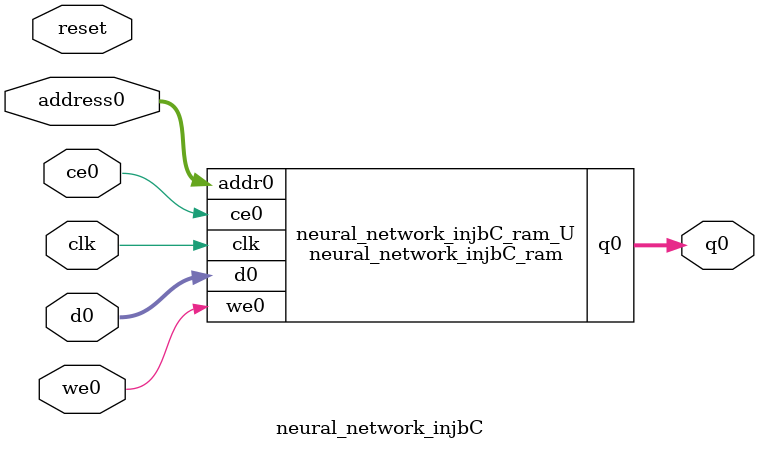
<source format=v>

`timescale 1 ns / 1 ps
module neural_network_injbC_ram (addr0, ce0, d0, we0, q0,  clk);

parameter DWIDTH = 16;
parameter AWIDTH = 10;
parameter MEM_SIZE = 784;

input[AWIDTH-1:0] addr0;
input ce0;
input[DWIDTH-1:0] d0;
input we0;
output reg[DWIDTH-1:0] q0;
input clk;

(* ram_style = "block" *)reg [DWIDTH-1:0] ram[0:MEM_SIZE-1];




always @(posedge clk)  
begin 
    if (ce0) 
    begin
        if (we0) 
        begin 
            ram[addr0] <= d0; 
            q0 <= d0;
        end 
        else 
            q0 <= ram[addr0];
    end
end


endmodule


`timescale 1 ns / 1 ps
module neural_network_injbC(
    reset,
    clk,
    address0,
    ce0,
    we0,
    d0,
    q0);

parameter DataWidth = 32'd16;
parameter AddressRange = 32'd784;
parameter AddressWidth = 32'd10;
input reset;
input clk;
input[AddressWidth - 1:0] address0;
input ce0;
input we0;
input[DataWidth - 1:0] d0;
output[DataWidth - 1:0] q0;



neural_network_injbC_ram neural_network_injbC_ram_U(
    .clk( clk ),
    .addr0( address0 ),
    .ce0( ce0 ),
    .d0( d0 ),
    .we0( we0 ),
    .q0( q0 ));

endmodule


</source>
